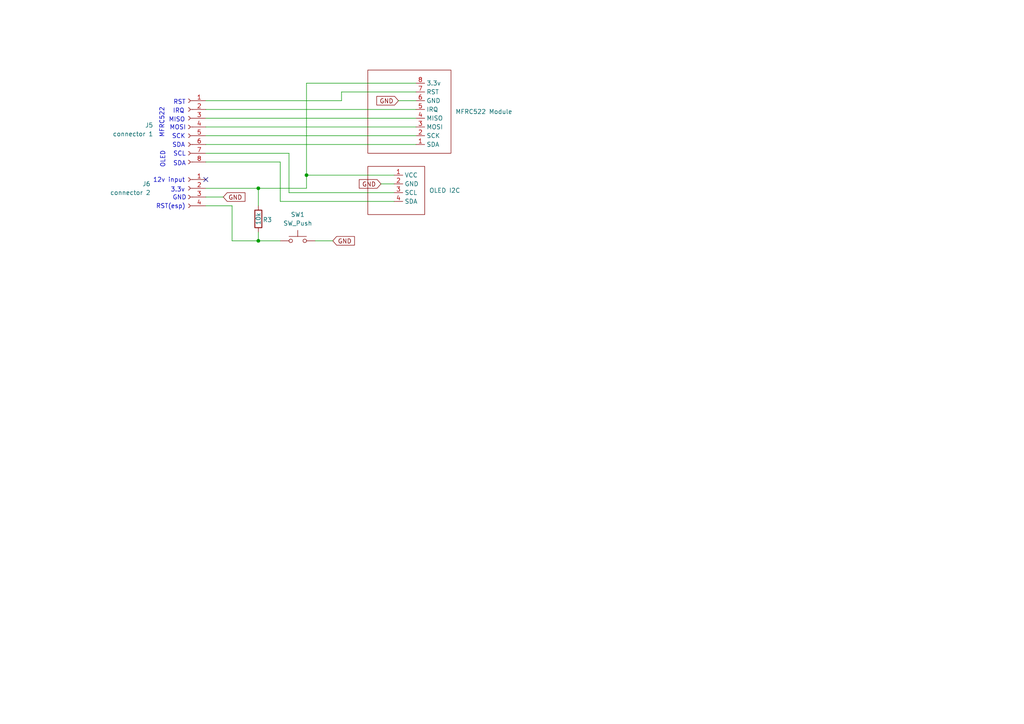
<source format=kicad_sch>
(kicad_sch (version 20231120) (generator "eeschema") (generator_version "8.0")
  (paper "A4")
  (lib_symbols
    (symbol "Connector:Conn_01x04_Socket" (pin_names (offset 1.016) hide)
      (property "Reference" "J6" (at 10.922 1.27 0))
      (property "Value" "connector 2" (at 10.922 -1.27 0))
      (symbol "Conn_01x04_Socket_1_1"
        (arc (start 0 -4.572) (mid -0.5058 -5.08) (end 0 -5.588) (stroke (width 0.1524)))
        (arc (start 0 -2.032) (mid -0.5058 -2.54) (end 0 -3.048) (stroke (width 0.1524)))
        (polyline (pts (xy -1.27 -5.08) (xy -0.508 -5.08)) (stroke (width 0.1524)))
        (polyline (pts (xy -1.27 -2.54) (xy -0.508 -2.54)) (stroke (width 0.1524)))
        (polyline (pts (xy -1.27 0) (xy -0.508 0)) (stroke (width 0.1524)))
        (polyline (pts (xy -1.27 2.54) (xy -0.508 2.54)) (stroke (width 0.1524)))
        (arc (start 0 0.508) (mid -0.5058 0) (end 0 -0.508) (stroke (width 0.1524)))
        (arc (start 0 3.048) (mid -0.5058 2.54) (end 0 2.032) (stroke (width 0.1524)))
        (pin passive line (at -5.08 2.54 0) (length 3.81) (name "Pin_1") (number "1"))
        (pin power_out line (at -5.08 0 0) (length 3.81) (name "Pin_2") (number "2"))
        (pin power_out line (at -5.08 -2.54 0) (length 3.81) (name "Pin_3") (number "3"))
        (pin passive line (at -5.08 -5.08 0) (length 3.81) (name "Pin_4") (number "4"))
      )
    )
    (symbol "Connector:Conn_01x08_Socket" (pin_names (offset 1.016) hide)
      (property "Reference" "J" (at 0 10.16 0))
      (property "Value" "Conn_01x08_Socket" (at 0 -12.7 0))
      (symbol "Conn_01x08_Socket_1_1"
        (arc (start 0 -9.652) (mid -0.5058 -10.16) (end 0 -10.668) (stroke (width 0.1524)))
        (arc (start 0 -7.112) (mid -0.5058 -7.62) (end 0 -8.128) (stroke (width 0.1524)))
        (arc (start 0 -4.572) (mid -0.5058 -5.08) (end 0 -5.588) (stroke (width 0.1524)))
        (arc (start 0 -2.032) (mid -0.5058 -2.54) (end 0 -3.048) (stroke (width 0.1524)))
        (polyline (pts (xy -1.27 -10.16) (xy -0.508 -10.16)) (stroke (width 0.1524)))
        (polyline (pts (xy -1.27 -7.62) (xy -0.508 -7.62)) (stroke (width 0.1524)))
        (polyline (pts (xy -1.27 -5.08) (xy -0.508 -5.08)) (stroke (width 0.1524)))
        (polyline (pts (xy -1.27 -2.54) (xy -0.508 -2.54)) (stroke (width 0.1524)))
        (polyline (pts (xy -1.27 0) (xy -0.508 0)) (stroke (width 0.1524)))
        (polyline (pts (xy -1.27 2.54) (xy -0.508 2.54)) (stroke (width 0.1524)))
        (polyline (pts (xy -1.27 5.08) (xy -0.508 5.08)) (stroke (width 0.1524)))
        (polyline (pts (xy -1.27 7.62) (xy -0.508 7.62)) (stroke (width 0.1524)))
        (arc (start 0 0.508) (mid -0.5058 0) (end 0 -0.508) (stroke (width 0.1524)))
        (arc (start 0 3.048) (mid -0.5058 2.54) (end 0 2.032) (stroke (width 0.1524)))
        (arc (start 0 5.588) (mid -0.5058 5.08) (end 0 4.572) (stroke (width 0.1524)))
        (arc (start 0 8.128) (mid -0.5058 7.62) (end 0 7.112) (stroke (width 0.1524)))
        (pin passive line (at -5.08 7.62 0) (length 3.81) (name "Pin_1") (number "1"))
        (pin passive line (at -5.08 5.08 0) (length 3.81) (name "Pin_2") (number "2"))
        (pin passive line (at -5.08 2.54 0) (length 3.81) (name "Pin_3") (number "3"))
        (pin passive line (at -5.08 0 0) (length 3.81) (name "Pin_4") (number "4"))
        (pin passive line (at -5.08 -2.54 0) (length 3.81) (name "Pin_5") (number "5"))
        (pin passive line (at -5.08 -5.08 0) (length 3.81) (name "Pin_6") (number "6"))
        (pin passive line (at -5.08 -7.62 0) (length 3.81) (name "Pin_7") (number "7"))
        (pin passive line (at -5.08 -10.16 0) (length 3.81) (name "Pin_8") (number "8"))
      )
    )
    (symbol "Device:R" (pin_numbers hide) (pin_names (offset 0))
      (property "Reference" "R" (at 2.032 0 90))
      (property "Value" "R" (at 0 0 90))
      (symbol "R_0_1"
        (rectangle (start -1.016 -2.54) (end 1.016 2.54) (stroke (width 0.254)))
      )
      (symbol "R_1_1"
        (pin passive line (at 0 3.81 270) (length 1.27) (name "~") (number "1"))
        (pin passive line (at 0 -3.81 90) (length 1.27) (name "~") (number "2"))
      )
    )
    (symbol "Switch:SW_Push" (pin_numbers hide) (pin_names (offset 1.016) hide)
      (property "Reference" "SW" (at 1.27 2.54 0))
      (property "Value" "SW_Push" (at 0 -1.524 0))
      (symbol "SW_Push_0_1"
        (circle (center -2.032 0) (radius 0.508))
        (polyline (pts (xy 0 1.27) (xy 0 3.048)))
        (polyline (pts (xy 2.54 1.27) (xy -2.54 1.27)))
        (circle (center 2.032 0) (radius 0.508))
        (pin passive line (at -5.08 0 0) (length 2.54) (name "1") (number "1"))
        (pin passive line (at 5.08 0 180) (length 2.54) (name "2") (number "2"))
      )
    )
    (symbol "customLibrary:MFRC522_module"
      (property "Value" "MFRC522 Module" (at 0 23.622 0))
      (symbol "MFRC522_module_0_1"
        (rectangle (start -13.97 20.32) (end 10.16 -3.81))
      )
      (symbol "MFRC522_module_1_1"
        (pin bidirectional line (at 0 17.78 0) (length 2.54) (name "SDA") (number "1"))
        (pin input line (at 0 15.24 0) (length 2.54) (name "SCK") (number "2"))
        (pin input line (at 0 12.7 0) (length 2.54) (name "MOSI") (number "3"))
        (pin output line (at 0 10.16 0) (length 2.54) (name "MISO") (number "4"))
        (pin output line (at 0 7.62 0) (length 2.54) (name "IRQ") (number "5"))
        (pin power_in line (at 0 5.08 0) (length 2.54) (name "GND") (number "6"))
        (pin input line (at 0 2.54 0) (length 2.54) (name "RST") (number "7"))
        (pin power_in line (at 0 0 0) (length 2.54) (name "3.3v") (number "8"))
      )
    )
    (symbol "customLibrary:OLED_I2C"
      (property "Value" "OLED I2C" (at 0 15.494 0))
      (symbol "OLED_I2C_0_1"
        (rectangle (start -8.89 12.7) (end 7.62 -1.27))
      )
      (symbol "OLED_I2C_1_1"
        (pin power_in line (at -1.27 10.16 0) (length 2.54) (name "VCC") (number "1"))
        (pin power_in line (at -1.27 7.62 0) (length 2.54) (name "GND") (number "2"))
        (pin bidirectional line (at -1.27 5.08 0) (length 2.54) (name "SCL") (number "3"))
        (pin bidirectional line (at -1.27 2.54 0) (length 2.54) (name "SDA") (number "4"))
      )
    )
  )
  (junction (at 88.9 50.8))
  (junction (at 74.93 69.85))
  (junction (at 74.93 54.61))
  (no_connect (at 59.69 52.07))
  (wire (pts (xy 99.06 29.21) (xy 99.06 26.67)))
  (wire (pts (xy 91.44 69.85) (xy 96.52 69.85)))
  (wire (pts (xy 74.93 54.61) (xy 88.9 54.61)))
  (wire (pts (xy 59.69 54.61) (xy 74.93 54.61)))
  (wire (pts (xy 59.69 31.75) (xy 120.65 31.75)))
  (wire (pts (xy 59.69 41.91) (xy 120.65 41.91)))
  (wire (pts (xy 67.31 59.69) (xy 59.69 59.69)))
  (wire (pts (xy 83.82 44.45) (xy 59.69 44.45)))
  (wire (pts (xy 88.9 50.8) (xy 114.3 50.8)))
  (wire (pts (xy 88.9 50.8) (xy 88.9 54.61)))
  (wire (pts (xy 83.82 55.88) (xy 83.82 44.45)))
  (wire (pts (xy 67.31 69.85) (xy 67.31 59.69)))
  (wire (pts (xy 64.77 57.15) (xy 59.69 57.15)))
  (wire (pts (xy 99.06 26.67) (xy 120.65 26.67)))
  (wire (pts (xy 110.49 53.34) (xy 114.3 53.34)))
  (wire (pts (xy 81.28 58.42) (xy 81.28 46.99)))
  (wire (pts (xy 74.93 69.85) (xy 67.31 69.85)))
  (wire (pts (xy 59.69 29.21) (xy 99.06 29.21)))
  (wire (pts (xy 114.3 55.88) (xy 83.82 55.88)))
  (wire (pts (xy 59.69 34.29) (xy 120.65 34.29)))
  (wire (pts (xy 59.69 39.37) (xy 120.65 39.37)))
  (wire (pts (xy 81.28 69.85) (xy 74.93 69.85)))
  (wire (pts (xy 120.65 24.13) (xy 88.9 24.13)))
  (wire (pts (xy 114.3 58.42) (xy 81.28 58.42)))
  (wire (pts (xy 74.93 67.31) (xy 74.93 69.85)))
  (wire (pts (xy 88.9 24.13) (xy 88.9 50.8)))
  (wire (pts (xy 74.93 54.61) (xy 74.93 59.69)))
  (wire (pts (xy 59.69 36.83) (xy 120.65 36.83)))
  (wire (pts (xy 115.57 29.21) (xy 120.65 29.21)))
  (wire (pts (xy 81.28 46.99) (xy 59.69 46.99)))
  (text "MISO" (at 51.308 34.798 0) (effects (font (size 1.27 1.27))))
  (text "12v input" (at 49.022 52.324 0) (effects (font (size 1.27 1.27))))
  (text "3.3v" (at 51.562 55.118 0) (effects (font (size 1.27 1.27))))
  (text "GND" (at 52.07 57.404 0) (effects (font (size 1.27 1.27))))
  (text "OLED" (at 47.244 46.228 90) (effects (font (size 1.27 1.27))))
  (text "RST(esp)" (at 49.53 59.944 0) (effects (font (size 1.27 1.27))))
  (text "SCK" (at 51.816 39.624 0) (effects (font (size 1.27 1.27))))
  (text "MOSI\n" (at 51.562 37.084 0) (effects (font (size 1.27 1.27))))
  (text "MFRC522" (at 46.99 35.56 90) (effects (font (size 1.27 1.27))))
  (text "IRQ\n" (at 51.816 32.258 0) (effects (font (size 1.27 1.27))))
  (text "SDA" (at 51.816 42.164 0) (effects (font (size 1.27 1.27))))
  (text "SDA" (at 52.07 47.498 0) (effects (font (size 1.27 1.27))))
  (text "SCL" (at 52.07 44.704 0) (effects (font (size 1.27 1.27))))
  (text "RST" (at 52.07 29.718 0) (effects (font (size 1.27 1.27))))
  (global_label "GND" (shape input) (at 64.77 57.15 0) (property "Intersheetrefs" "${INTERSHEET_REFS}" (effects (hide yes))))
  (global_label "GND" (shape input) (at 115.57 29.21 180) (property "Intersheetrefs" "${INTERSHEET_REFS}" (effects (hide yes))))
  (global_label "GND" (shape input) (at 96.52 69.85 0) (property "Intersheetrefs" "${INTERSHEET_REFS}" (effects (hide yes))))
  (global_label "GND" (shape input) (at 110.49 53.34 180) (property "Intersheetrefs" "${INTERSHEET_REFS}" (effects (hide yes))))
  (symbol (lib_id "Connector:Conn_01x04_Socket") (at 54.61 54.61 0) (mirror y) (unit 1)
    (property "Reference" "J6" (at 43.688 53.34 0) (effects (justify left)))
    (property "Value" "connector 2" (at 43.688 55.88 0) (effects (justify left)))
    (property "Footprint" "Connector_JST:JST_EH_B4B-EH-A_1x04_P2.50mm_Vertical" (effects (hide yes)))
    (property "Description" "Generic connector, single row, 01x04, script generated" (effects (hide yes)))
  )
  (symbol (lib_id "customLibrary:MFRC522_module") (at 120.65 24.13 0) (mirror x) (unit 1)
    (property "Reference" "U1" (effects (hide yes)))
    (property "Value" "MFRC522 Module" (at 132.08 32.3851 0) (effects (justify left)))
    (property "Footprint" "Connector_PinHeader_2.54mm:PinHeader_1x08_P2.54mm_Vertical" (effects (hide yes)))
  )
  (symbol (lib_id "Switch:SW_Push") (at 86.36 69.85 0) (unit 1)
    (property "Reference" "SW1" (at 86.36 62.23 0))
    (property "Value" "SW_Push" (at 86.36 64.77 0))
    (property "Footprint" "Button_Switch_THT:SW_PUSH_6mm_H4.3mm" (effects (hide yes)))
    (property "Description" "Push button switch, generic, two pins" (effects (hide yes)))
  )
  (symbol (lib_id "customLibrary:OLED_I2C") (at 115.57 60.96 0) (unit 1)
    (property "Reference" "U3" (effects (hide yes)))
    (property "Value" "OLED I2C" (at 124.46 55.2449 0) (effects (justify left)))
    (property "Footprint" "Connector_PinHeader_2.54mm:PinHeader_1x04_P2.54mm_Vertical" (effects (hide yes)))
  )
  (symbol (lib_id "Device:R") (at 74.93 63.5 0) (unit 1)
    (property "Reference" "R3" (at 76.2 63.754 0) (effects (justify left)))
    (property "Value" "10k" (at 74.93 65.278 90) (effects (justify left)))
    (property "Footprint" "Resistor_THT:R_Axial_DIN0207_L6.3mm_D2.5mm_P7.62mm_Horizontal" (effects (hide yes)))
    (property "Description" "Resistor" (effects (hide yes)))
  )
  (symbol (lib_id "Connector:Conn_01x08_Socket") (at 54.61 36.83 0) (mirror y) (unit 1)
    (property "Reference" "J5" (at 44.45 36.322 0) (effects (justify left)))
    (property "Value" "connector 1" (at 44.45 38.862 0) (effects (justify left)))
    (property "Footprint" "Connector_JST:JST_EH_B8B-EH-A_1x08_P2.50mm_Vertical" (effects (hide yes)))
    (property "Description" "Generic connector, single row, 01x08, script generated" (effects (hide yes)))
  )
)
</source>
